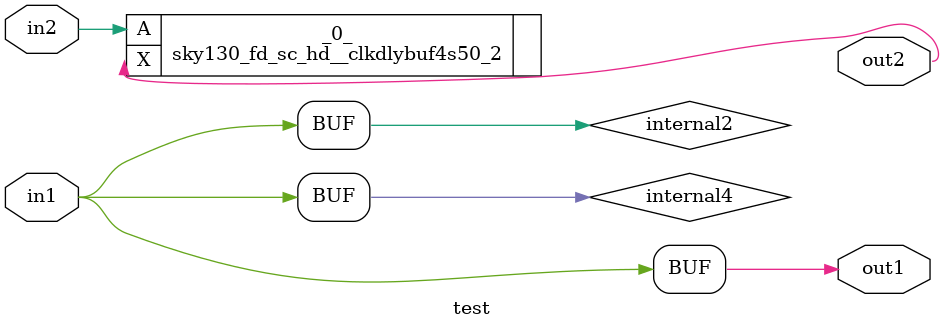
<source format=v>
`include "/foss/pdk/sky130A/libs.ref/sky130_fd_sc_hd/verilog/sky130_fd_sc_hd.v"

module test(out1, out2, in1, in2);
  output out1;
  output out2;
  input in1;
  input in2;	
  wire internal1;
  wire internal2;
  wire internal3;
  wire internal4;

  (* keep *) sky130_fd_sc_hd__clkdlybuf4s50_2 _0_ (
    .A(in2),
    .X(out2)
  );

  always @* begin
    //Buffer
    internal1  =  ~in1;
    internal2  =  ~internal1;
    internal3  =  ~internal2;
    internal4  =  ~internal3;
    out1       =  internal4;
    
  end
  
endmodule //test
</source>
